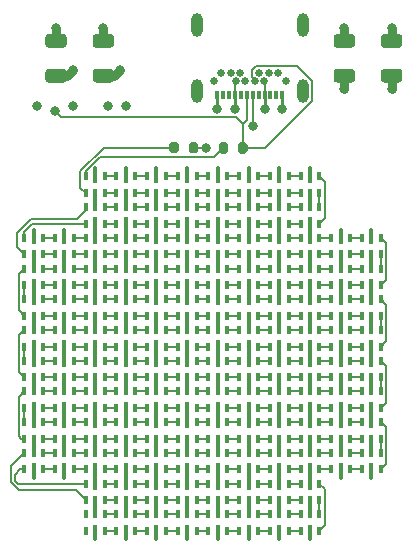
<source format=gbr>
G04 #@! TF.GenerationSoftware,KiCad,Pcbnew,(5.1.9-0-10_14)*
G04 #@! TF.CreationDate,2022-05-10T10:51:03-07:00*
G04 #@! TF.ProjectId,LED_array,4c45445f-6172-4726-9179-2e6b69636164,rev?*
G04 #@! TF.SameCoordinates,Original*
G04 #@! TF.FileFunction,Copper,L1,Top*
G04 #@! TF.FilePolarity,Positive*
%FSLAX46Y46*%
G04 Gerber Fmt 4.6, Leading zero omitted, Abs format (unit mm)*
G04 Created by KiCad (PCBNEW (5.1.9-0-10_14)) date 2022-05-10 10:51:03*
%MOMM*%
%LPD*%
G01*
G04 APERTURE LIST*
G04 #@! TA.AperFunction,SMDPad,CuDef*
%ADD10R,0.450000X0.650000*%
G04 #@! TD*
G04 #@! TA.AperFunction,SMDPad,CuDef*
%ADD11R,0.450000X0.850000*%
G04 #@! TD*
G04 #@! TA.AperFunction,SMDPad,CuDef*
%ADD12R,0.350000X0.700000*%
G04 #@! TD*
G04 #@! TA.AperFunction,ComponentPad*
%ADD13C,0.650000*%
G04 #@! TD*
G04 #@! TA.AperFunction,ComponentPad*
%ADD14O,1.000000X2.000000*%
G04 #@! TD*
G04 #@! TA.AperFunction,ViaPad*
%ADD15C,0.800000*%
G04 #@! TD*
G04 #@! TA.AperFunction,ViaPad*
%ADD16C,0.400000*%
G04 #@! TD*
G04 #@! TA.AperFunction,Conductor*
%ADD17C,0.300000*%
G04 #@! TD*
G04 #@! TA.AperFunction,Conductor*
%ADD18C,0.800000*%
G04 #@! TD*
G04 #@! TA.AperFunction,Conductor*
%ADD19C,0.250000*%
G04 #@! TD*
G04 #@! TA.AperFunction,Conductor*
%ADD20C,0.150000*%
G04 #@! TD*
G04 #@! TA.AperFunction,Conductor*
%ADD21C,0.200000*%
G04 #@! TD*
G04 #@! TA.AperFunction,Conductor*
%ADD22C,0.127000*%
G04 #@! TD*
G04 APERTURE END LIST*
D10*
X69900000Y-65000000D03*
X68300000Y-65000000D03*
D11*
X69100000Y-64900000D03*
D10*
X69900000Y-63600000D03*
X68300000Y-63600000D03*
X69100000Y-63600000D03*
X50100000Y-35000000D03*
X51700000Y-35000000D03*
D11*
X50900000Y-35100000D03*
D10*
X50100000Y-36400000D03*
X51700000Y-36400000D03*
X50900000Y-36400000D03*
X52700000Y-35000000D03*
X54300000Y-35000000D03*
D11*
X53500000Y-35100000D03*
D10*
X52700000Y-36400000D03*
X54300000Y-36400000D03*
X53500000Y-36400000D03*
X55300000Y-35000000D03*
X56900000Y-35000000D03*
D11*
X56100000Y-35100000D03*
D10*
X55300000Y-36400000D03*
X56900000Y-36400000D03*
X56100000Y-36400000D03*
X57900000Y-35000000D03*
X59500000Y-35000000D03*
D11*
X58700000Y-35100000D03*
D10*
X57900000Y-36400000D03*
X59500000Y-36400000D03*
X58700000Y-36400000D03*
X60500000Y-35000000D03*
X62100000Y-35000000D03*
D11*
X61300000Y-35100000D03*
D10*
X60500000Y-36400000D03*
X62100000Y-36400000D03*
X61300000Y-36400000D03*
X63100000Y-35000000D03*
X64700000Y-35000000D03*
D11*
X63900000Y-35100000D03*
D10*
X63100000Y-36400000D03*
X64700000Y-36400000D03*
X63900000Y-36400000D03*
X65700000Y-35000000D03*
X67300000Y-35000000D03*
D11*
X66500000Y-35100000D03*
D10*
X65700000Y-36400000D03*
X67300000Y-36400000D03*
X66500000Y-36400000D03*
X68300000Y-35000000D03*
X69900000Y-35000000D03*
D11*
X69100000Y-35100000D03*
D10*
X68300000Y-36400000D03*
X69900000Y-36400000D03*
X69100000Y-36400000D03*
X69900000Y-39000000D03*
X68300000Y-39000000D03*
D11*
X69100000Y-38900000D03*
D10*
X69900000Y-37600000D03*
X68300000Y-37600000D03*
X69100000Y-37600000D03*
X67300000Y-39000000D03*
X65700000Y-39000000D03*
D11*
X66500000Y-38900000D03*
D10*
X67300000Y-37600000D03*
X65700000Y-37600000D03*
X66500000Y-37600000D03*
X64700000Y-39000000D03*
X63100000Y-39000000D03*
D11*
X63900000Y-38900000D03*
D10*
X64700000Y-37600000D03*
X63100000Y-37600000D03*
X63900000Y-37600000D03*
X62100000Y-39000000D03*
X60500000Y-39000000D03*
D11*
X61300000Y-38900000D03*
D10*
X62100000Y-37600000D03*
X60500000Y-37600000D03*
X61300000Y-37600000D03*
X59500000Y-39000000D03*
X57900000Y-39000000D03*
D11*
X58700000Y-38900000D03*
D10*
X59500000Y-37600000D03*
X57900000Y-37600000D03*
X58700000Y-37600000D03*
X56900000Y-39000000D03*
X55300000Y-39000000D03*
D11*
X56100000Y-38900000D03*
D10*
X56900000Y-37600000D03*
X55300000Y-37600000D03*
X56100000Y-37600000D03*
X54300000Y-39000000D03*
X52700000Y-39000000D03*
D11*
X53500000Y-38900000D03*
D10*
X54300000Y-37600000D03*
X52700000Y-37600000D03*
X53500000Y-37600000D03*
X51700000Y-39000000D03*
X50100000Y-39000000D03*
D11*
X50900000Y-38900000D03*
D10*
X51700000Y-37600000D03*
X50100000Y-37600000D03*
X50900000Y-37600000D03*
X44900000Y-40200000D03*
X46500000Y-40200000D03*
D11*
X45700000Y-40300000D03*
D10*
X44900000Y-41600000D03*
X46500000Y-41600000D03*
X45700000Y-41600000D03*
X47500000Y-40200000D03*
X49100000Y-40200000D03*
D11*
X48300000Y-40300000D03*
D10*
X47500000Y-41600000D03*
X49100000Y-41600000D03*
X48300000Y-41600000D03*
X50100000Y-40200000D03*
X51700000Y-40200000D03*
D11*
X50900000Y-40300000D03*
D10*
X50100000Y-41600000D03*
X51700000Y-41600000D03*
X50900000Y-41600000D03*
X52700000Y-40200000D03*
X54300000Y-40200000D03*
D11*
X53500000Y-40300000D03*
D10*
X52700000Y-41600000D03*
X54300000Y-41600000D03*
X53500000Y-41600000D03*
X55300000Y-40200000D03*
X56900000Y-40200000D03*
D11*
X56100000Y-40300000D03*
D10*
X55300000Y-41600000D03*
X56900000Y-41600000D03*
X56100000Y-41600000D03*
X57900000Y-40200000D03*
X59500000Y-40200000D03*
D11*
X58700000Y-40300000D03*
D10*
X57900000Y-41600000D03*
X59500000Y-41600000D03*
X58700000Y-41600000D03*
X60500000Y-40200000D03*
X62100000Y-40200000D03*
D11*
X61300000Y-40300000D03*
D10*
X60500000Y-41600000D03*
X62100000Y-41600000D03*
X61300000Y-41600000D03*
X63100000Y-40200000D03*
X64700000Y-40200000D03*
D11*
X63900000Y-40300000D03*
D10*
X63100000Y-41600000D03*
X64700000Y-41600000D03*
X63900000Y-41600000D03*
X65700000Y-40200000D03*
X67300000Y-40200000D03*
D11*
X66500000Y-40300000D03*
D10*
X65700000Y-41600000D03*
X67300000Y-41600000D03*
X66500000Y-41600000D03*
X68300000Y-40200000D03*
X69900000Y-40200000D03*
D11*
X69100000Y-40300000D03*
D10*
X68300000Y-41600000D03*
X69900000Y-41600000D03*
X69100000Y-41600000D03*
X70900000Y-40200000D03*
X72500000Y-40200000D03*
D11*
X71700000Y-40300000D03*
D10*
X70900000Y-41600000D03*
X72500000Y-41600000D03*
X71700000Y-41600000D03*
X73500000Y-40200000D03*
X75100000Y-40200000D03*
D11*
X74300000Y-40300000D03*
D10*
X73500000Y-41600000D03*
X75100000Y-41600000D03*
X74300000Y-41600000D03*
X75100000Y-44200000D03*
X73500000Y-44200000D03*
D11*
X74300000Y-44100000D03*
D10*
X75100000Y-42800000D03*
X73500000Y-42800000D03*
X74300000Y-42800000D03*
X72500000Y-44200000D03*
X70900000Y-44200000D03*
D11*
X71700000Y-44100000D03*
D10*
X72500000Y-42800000D03*
X70900000Y-42800000D03*
X71700000Y-42800000D03*
X69900000Y-44200000D03*
X68300000Y-44200000D03*
D11*
X69100000Y-44100000D03*
D10*
X69900000Y-42800000D03*
X68300000Y-42800000D03*
X69100000Y-42800000D03*
X67300000Y-44200000D03*
X65700000Y-44200000D03*
D11*
X66500000Y-44100000D03*
D10*
X67300000Y-42800000D03*
X65700000Y-42800000D03*
X66500000Y-42800000D03*
X64700000Y-44200000D03*
X63100000Y-44200000D03*
D11*
X63900000Y-44100000D03*
D10*
X64700000Y-42800000D03*
X63100000Y-42800000D03*
X63900000Y-42800000D03*
X62100000Y-44200000D03*
X60500000Y-44200000D03*
D11*
X61300000Y-44100000D03*
D10*
X62100000Y-42800000D03*
X60500000Y-42800000D03*
X61300000Y-42800000D03*
X59500000Y-44200000D03*
X57900000Y-44200000D03*
D11*
X58700000Y-44100000D03*
D10*
X59500000Y-42800000D03*
X57900000Y-42800000D03*
X58700000Y-42800000D03*
X56900000Y-44200000D03*
X55300000Y-44200000D03*
D11*
X56100000Y-44100000D03*
D10*
X56900000Y-42800000D03*
X55300000Y-42800000D03*
X56100000Y-42800000D03*
X54300000Y-44200000D03*
X52700000Y-44200000D03*
D11*
X53500000Y-44100000D03*
D10*
X54300000Y-42800000D03*
X52700000Y-42800000D03*
X53500000Y-42800000D03*
X51700000Y-44200000D03*
X50100000Y-44200000D03*
D11*
X50900000Y-44100000D03*
D10*
X51700000Y-42800000D03*
X50100000Y-42800000D03*
X50900000Y-42800000D03*
X49100000Y-44200000D03*
X47500000Y-44200000D03*
D11*
X48300000Y-44100000D03*
D10*
X49100000Y-42800000D03*
X47500000Y-42800000D03*
X48300000Y-42800000D03*
X46500000Y-44200000D03*
X44900000Y-44200000D03*
D11*
X45700000Y-44100000D03*
D10*
X46500000Y-42800000D03*
X44900000Y-42800000D03*
X45700000Y-42800000D03*
X44900000Y-45400000D03*
X46500000Y-45400000D03*
D11*
X45700000Y-45500000D03*
D10*
X44900000Y-46800000D03*
X46500000Y-46800000D03*
X45700000Y-46800000D03*
X47500000Y-45400000D03*
X49100000Y-45400000D03*
D11*
X48300000Y-45500000D03*
D10*
X47500000Y-46800000D03*
X49100000Y-46800000D03*
X48300000Y-46800000D03*
X50100000Y-45400000D03*
X51700000Y-45400000D03*
D11*
X50900000Y-45500000D03*
D10*
X50100000Y-46800000D03*
X51700000Y-46800000D03*
X50900000Y-46800000D03*
X52700000Y-45400000D03*
X54300000Y-45400000D03*
D11*
X53500000Y-45500000D03*
D10*
X52700000Y-46800000D03*
X54300000Y-46800000D03*
X53500000Y-46800000D03*
X55300000Y-45400000D03*
X56900000Y-45400000D03*
D11*
X56100000Y-45500000D03*
D10*
X55300000Y-46800000D03*
X56900000Y-46800000D03*
X56100000Y-46800000D03*
X57900000Y-45400000D03*
X59500000Y-45400000D03*
D11*
X58700000Y-45500000D03*
D10*
X57900000Y-46800000D03*
X59500000Y-46800000D03*
X58700000Y-46800000D03*
X60500000Y-45400000D03*
X62100000Y-45400000D03*
D11*
X61300000Y-45500000D03*
D10*
X60500000Y-46800000D03*
X62100000Y-46800000D03*
X61300000Y-46800000D03*
X63100000Y-45400000D03*
X64700000Y-45400000D03*
D11*
X63900000Y-45500000D03*
D10*
X63100000Y-46800000D03*
X64700000Y-46800000D03*
X63900000Y-46800000D03*
X65700000Y-45400000D03*
X67300000Y-45400000D03*
D11*
X66500000Y-45500000D03*
D10*
X65700000Y-46800000D03*
X67300000Y-46800000D03*
X66500000Y-46800000D03*
X68300000Y-45400000D03*
X69900000Y-45400000D03*
D11*
X69100000Y-45500000D03*
D10*
X68300000Y-46800000D03*
X69900000Y-46800000D03*
X69100000Y-46800000D03*
X70900000Y-45400000D03*
X72500000Y-45400000D03*
D11*
X71700000Y-45500000D03*
D10*
X70900000Y-46800000D03*
X72500000Y-46800000D03*
X71700000Y-46800000D03*
X73500000Y-45400000D03*
X75100000Y-45400000D03*
D11*
X74300000Y-45500000D03*
D10*
X73500000Y-46800000D03*
X75100000Y-46800000D03*
X74300000Y-46800000D03*
X75100000Y-49400000D03*
X73500000Y-49400000D03*
D11*
X74300000Y-49300000D03*
D10*
X75100000Y-48000000D03*
X73500000Y-48000000D03*
X74300000Y-48000000D03*
X72500000Y-49400000D03*
X70900000Y-49400000D03*
D11*
X71700000Y-49300000D03*
D10*
X72500000Y-48000000D03*
X70900000Y-48000000D03*
X71700000Y-48000000D03*
X69900000Y-49400000D03*
X68300000Y-49400000D03*
D11*
X69100000Y-49300000D03*
D10*
X69900000Y-48000000D03*
X68300000Y-48000000D03*
X69100000Y-48000000D03*
X67300000Y-49400000D03*
X65700000Y-49400000D03*
D11*
X66500000Y-49300000D03*
D10*
X67300000Y-48000000D03*
X65700000Y-48000000D03*
X66500000Y-48000000D03*
X64700000Y-49400000D03*
X63100000Y-49400000D03*
D11*
X63900000Y-49300000D03*
D10*
X64700000Y-48000000D03*
X63100000Y-48000000D03*
X63900000Y-48000000D03*
X62100000Y-49400000D03*
X60500000Y-49400000D03*
D11*
X61300000Y-49300000D03*
D10*
X62100000Y-48000000D03*
X60500000Y-48000000D03*
X61300000Y-48000000D03*
X59500000Y-49400000D03*
X57900000Y-49400000D03*
D11*
X58700000Y-49300000D03*
D10*
X59500000Y-48000000D03*
X57900000Y-48000000D03*
X58700000Y-48000000D03*
X56900000Y-49400000D03*
X55300000Y-49400000D03*
D11*
X56100000Y-49300000D03*
D10*
X56900000Y-48000000D03*
X55300000Y-48000000D03*
X56100000Y-48000000D03*
X54300000Y-49400000D03*
X52700000Y-49400000D03*
D11*
X53500000Y-49300000D03*
D10*
X54300000Y-48000000D03*
X52700000Y-48000000D03*
X53500000Y-48000000D03*
X51700000Y-49400000D03*
X50100000Y-49400000D03*
D11*
X50900000Y-49300000D03*
D10*
X51700000Y-48000000D03*
X50100000Y-48000000D03*
X50900000Y-48000000D03*
X49100000Y-49400000D03*
X47500000Y-49400000D03*
D11*
X48300000Y-49300000D03*
D10*
X49100000Y-48000000D03*
X47500000Y-48000000D03*
X48300000Y-48000000D03*
X46500000Y-49400000D03*
X44900000Y-49400000D03*
D11*
X45700000Y-49300000D03*
D10*
X46500000Y-48000000D03*
X44900000Y-48000000D03*
X45700000Y-48000000D03*
X44900000Y-50600000D03*
X46500000Y-50600000D03*
D11*
X45700000Y-50700000D03*
D10*
X44900000Y-52000000D03*
X46500000Y-52000000D03*
X45700000Y-52000000D03*
X47500000Y-50600000D03*
X49100000Y-50600000D03*
D11*
X48300000Y-50700000D03*
D10*
X47500000Y-52000000D03*
X49100000Y-52000000D03*
X48300000Y-52000000D03*
X50100000Y-50600000D03*
X51700000Y-50600000D03*
D11*
X50900000Y-50700000D03*
D10*
X50100000Y-52000000D03*
X51700000Y-52000000D03*
X50900000Y-52000000D03*
X52700000Y-50600000D03*
X54300000Y-50600000D03*
D11*
X53500000Y-50700000D03*
D10*
X52700000Y-52000000D03*
X54300000Y-52000000D03*
X53500000Y-52000000D03*
X55300000Y-50600000D03*
X56900000Y-50600000D03*
D11*
X56100000Y-50700000D03*
D10*
X55300000Y-52000000D03*
X56900000Y-52000000D03*
X56100000Y-52000000D03*
X57900000Y-50600000D03*
X59500000Y-50600000D03*
D11*
X58700000Y-50700000D03*
D10*
X57900000Y-52000000D03*
X59500000Y-52000000D03*
X58700000Y-52000000D03*
X60500000Y-50600000D03*
X62100000Y-50600000D03*
D11*
X61300000Y-50700000D03*
D10*
X60500000Y-52000000D03*
X62100000Y-52000000D03*
X61300000Y-52000000D03*
X63100000Y-50600000D03*
X64700000Y-50600000D03*
D11*
X63900000Y-50700000D03*
D10*
X63100000Y-52000000D03*
X64700000Y-52000000D03*
X63900000Y-52000000D03*
X65700000Y-50600000D03*
X67300000Y-50600000D03*
D11*
X66500000Y-50700000D03*
D10*
X65700000Y-52000000D03*
X67300000Y-52000000D03*
X66500000Y-52000000D03*
X68300000Y-50600000D03*
X69900000Y-50600000D03*
D11*
X69100000Y-50700000D03*
D10*
X68300000Y-52000000D03*
X69900000Y-52000000D03*
X69100000Y-52000000D03*
X70900000Y-50600000D03*
X72500000Y-50600000D03*
D11*
X71700000Y-50700000D03*
D10*
X70900000Y-52000000D03*
X72500000Y-52000000D03*
X71700000Y-52000000D03*
X73500000Y-50600000D03*
X75100000Y-50600000D03*
D11*
X74300000Y-50700000D03*
D10*
X73500000Y-52000000D03*
X75100000Y-52000000D03*
X74300000Y-52000000D03*
X75100000Y-54600000D03*
X73500000Y-54600000D03*
D11*
X74300000Y-54500000D03*
D10*
X75100000Y-53200000D03*
X73500000Y-53200000D03*
X74300000Y-53200000D03*
X72500000Y-54600000D03*
X70900000Y-54600000D03*
D11*
X71700000Y-54500000D03*
D10*
X72500000Y-53200000D03*
X70900000Y-53200000D03*
X71700000Y-53200000D03*
X69900000Y-54600000D03*
X68300000Y-54600000D03*
D11*
X69100000Y-54500000D03*
D10*
X69900000Y-53200000D03*
X68300000Y-53200000D03*
X69100000Y-53200000D03*
X67300000Y-54600000D03*
X65700000Y-54600000D03*
D11*
X66500000Y-54500000D03*
D10*
X67300000Y-53200000D03*
X65700000Y-53200000D03*
X66500000Y-53200000D03*
X64700000Y-54600000D03*
X63100000Y-54600000D03*
D11*
X63900000Y-54500000D03*
D10*
X64700000Y-53200000D03*
X63100000Y-53200000D03*
X63900000Y-53200000D03*
X62100000Y-54600000D03*
X60500000Y-54600000D03*
D11*
X61300000Y-54500000D03*
D10*
X62100000Y-53200000D03*
X60500000Y-53200000D03*
X61300000Y-53200000D03*
X59500000Y-54600000D03*
X57900000Y-54600000D03*
D11*
X58700000Y-54500000D03*
D10*
X59500000Y-53200000D03*
X57900000Y-53200000D03*
X58700000Y-53200000D03*
X56900000Y-54600000D03*
X55300000Y-54600000D03*
D11*
X56100000Y-54500000D03*
D10*
X56900000Y-53200000D03*
X55300000Y-53200000D03*
X56100000Y-53200000D03*
X54300000Y-54600000D03*
X52700000Y-54600000D03*
D11*
X53500000Y-54500000D03*
D10*
X54300000Y-53200000D03*
X52700000Y-53200000D03*
X53500000Y-53200000D03*
X51700000Y-54600000D03*
X50100000Y-54600000D03*
D11*
X50900000Y-54500000D03*
D10*
X51700000Y-53200000D03*
X50100000Y-53200000D03*
X50900000Y-53200000D03*
X49100000Y-54600000D03*
X47500000Y-54600000D03*
D11*
X48300000Y-54500000D03*
D10*
X49100000Y-53200000D03*
X47500000Y-53200000D03*
X48300000Y-53200000D03*
X46500000Y-54600000D03*
X44900000Y-54600000D03*
D11*
X45700000Y-54500000D03*
D10*
X46500000Y-53200000D03*
X44900000Y-53200000D03*
X45700000Y-53200000D03*
X44900000Y-55800000D03*
X46500000Y-55800000D03*
D11*
X45700000Y-55900000D03*
D10*
X44900000Y-57200000D03*
X46500000Y-57200000D03*
X45700000Y-57200000D03*
X47500000Y-55800000D03*
X49100000Y-55800000D03*
D11*
X48300000Y-55900000D03*
D10*
X47500000Y-57200000D03*
X49100000Y-57200000D03*
X48300000Y-57200000D03*
X50100000Y-55800000D03*
X51700000Y-55800000D03*
D11*
X50900000Y-55900000D03*
D10*
X50100000Y-57200000D03*
X51700000Y-57200000D03*
X50900000Y-57200000D03*
X52700000Y-55800000D03*
X54300000Y-55800000D03*
D11*
X53500000Y-55900000D03*
D10*
X52700000Y-57200000D03*
X54300000Y-57200000D03*
X53500000Y-57200000D03*
X55300000Y-55800000D03*
X56900000Y-55800000D03*
D11*
X56100000Y-55900000D03*
D10*
X55300000Y-57200000D03*
X56900000Y-57200000D03*
X56100000Y-57200000D03*
X57900000Y-55800000D03*
X59500000Y-55800000D03*
D11*
X58700000Y-55900000D03*
D10*
X57900000Y-57200000D03*
X59500000Y-57200000D03*
X58700000Y-57200000D03*
X60500000Y-55800000D03*
X62100000Y-55800000D03*
D11*
X61300000Y-55900000D03*
D10*
X60500000Y-57200000D03*
X62100000Y-57200000D03*
X61300000Y-57200000D03*
X63100000Y-55800000D03*
X64700000Y-55800000D03*
D11*
X63900000Y-55900000D03*
D10*
X63100000Y-57200000D03*
X64700000Y-57200000D03*
X63900000Y-57200000D03*
X65700000Y-55800000D03*
X67300000Y-55800000D03*
D11*
X66500000Y-55900000D03*
D10*
X65700000Y-57200000D03*
X67300000Y-57200000D03*
X66500000Y-57200000D03*
X68300000Y-55800000D03*
X69900000Y-55800000D03*
D11*
X69100000Y-55900000D03*
D10*
X68300000Y-57200000D03*
X69900000Y-57200000D03*
X69100000Y-57200000D03*
X70900000Y-55800000D03*
X72500000Y-55800000D03*
D11*
X71700000Y-55900000D03*
D10*
X70900000Y-57200000D03*
X72500000Y-57200000D03*
X71700000Y-57200000D03*
X73500000Y-55800000D03*
X75100000Y-55800000D03*
D11*
X74300000Y-55900000D03*
D10*
X73500000Y-57200000D03*
X75100000Y-57200000D03*
X74300000Y-57200000D03*
X75100000Y-59800000D03*
X73500000Y-59800000D03*
D11*
X74300000Y-59700000D03*
D10*
X75100000Y-58400000D03*
X73500000Y-58400000D03*
X74300000Y-58400000D03*
X72500000Y-59800000D03*
X70900000Y-59800000D03*
D11*
X71700000Y-59700000D03*
D10*
X72500000Y-58400000D03*
X70900000Y-58400000D03*
X71700000Y-58400000D03*
X69900000Y-59800000D03*
X68300000Y-59800000D03*
D11*
X69100000Y-59700000D03*
D10*
X69900000Y-58400000D03*
X68300000Y-58400000D03*
X69100000Y-58400000D03*
X67300000Y-59800000D03*
X65700000Y-59800000D03*
D11*
X66500000Y-59700000D03*
D10*
X67300000Y-58400000D03*
X65700000Y-58400000D03*
X66500000Y-58400000D03*
X64700000Y-59800000D03*
X63100000Y-59800000D03*
D11*
X63900000Y-59700000D03*
D10*
X64700000Y-58400000D03*
X63100000Y-58400000D03*
X63900000Y-58400000D03*
X62100000Y-59800000D03*
X60500000Y-59800000D03*
D11*
X61300000Y-59700000D03*
D10*
X62100000Y-58400000D03*
X60500000Y-58400000D03*
X61300000Y-58400000D03*
X59500000Y-59800000D03*
X57900000Y-59800000D03*
D11*
X58700000Y-59700000D03*
D10*
X59500000Y-58400000D03*
X57900000Y-58400000D03*
X58700000Y-58400000D03*
X56900000Y-59800000D03*
X55300000Y-59800000D03*
D11*
X56100000Y-59700000D03*
D10*
X56900000Y-58400000D03*
X55300000Y-58400000D03*
X56100000Y-58400000D03*
X54300000Y-59800000D03*
X52700000Y-59800000D03*
D11*
X53500000Y-59700000D03*
D10*
X54300000Y-58400000D03*
X52700000Y-58400000D03*
X53500000Y-58400000D03*
X51700000Y-59800000D03*
X50100000Y-59800000D03*
D11*
X50900000Y-59700000D03*
D10*
X51700000Y-58400000D03*
X50100000Y-58400000D03*
X50900000Y-58400000D03*
X49100000Y-59800000D03*
X47500000Y-59800000D03*
D11*
X48300000Y-59700000D03*
D10*
X49100000Y-58400000D03*
X47500000Y-58400000D03*
X48300000Y-58400000D03*
X46500000Y-59800000D03*
X44900000Y-59800000D03*
D11*
X45700000Y-59700000D03*
D10*
X46500000Y-58400000D03*
X44900000Y-58400000D03*
X45700000Y-58400000D03*
X50100000Y-61000000D03*
X51700000Y-61000000D03*
D11*
X50900000Y-61100000D03*
D10*
X50100000Y-62400000D03*
X51700000Y-62400000D03*
X50900000Y-62400000D03*
X52700000Y-61000000D03*
X54300000Y-61000000D03*
D11*
X53500000Y-61100000D03*
D10*
X52700000Y-62400000D03*
X54300000Y-62400000D03*
X53500000Y-62400000D03*
X55300000Y-61000000D03*
X56900000Y-61000000D03*
D11*
X56100000Y-61100000D03*
D10*
X55300000Y-62400000D03*
X56900000Y-62400000D03*
X56100000Y-62400000D03*
X57900000Y-61000000D03*
X59500000Y-61000000D03*
D11*
X58700000Y-61100000D03*
D10*
X57900000Y-62400000D03*
X59500000Y-62400000D03*
X58700000Y-62400000D03*
X60500000Y-61000000D03*
X62100000Y-61000000D03*
D11*
X61300000Y-61100000D03*
D10*
X60500000Y-62400000D03*
X62100000Y-62400000D03*
X61300000Y-62400000D03*
X63100000Y-61000000D03*
X64700000Y-61000000D03*
D11*
X63900000Y-61100000D03*
D10*
X63100000Y-62400000D03*
X64700000Y-62400000D03*
X63900000Y-62400000D03*
X65700000Y-61000000D03*
X67300000Y-61000000D03*
D11*
X66500000Y-61100000D03*
D10*
X65700000Y-62400000D03*
X67300000Y-62400000D03*
X66500000Y-62400000D03*
X68300000Y-61000000D03*
X69900000Y-61000000D03*
D11*
X69100000Y-61100000D03*
D10*
X68300000Y-62400000D03*
X69900000Y-62400000D03*
X69100000Y-62400000D03*
X67300000Y-65000000D03*
X65700000Y-65000000D03*
D11*
X66500000Y-64900000D03*
D10*
X67300000Y-63600000D03*
X65700000Y-63600000D03*
X66500000Y-63600000D03*
X64700000Y-65000000D03*
X63100000Y-65000000D03*
D11*
X63900000Y-64900000D03*
D10*
X64700000Y-63600000D03*
X63100000Y-63600000D03*
X63900000Y-63600000D03*
X62100000Y-65000000D03*
X60500000Y-65000000D03*
D11*
X61300000Y-64900000D03*
D10*
X62100000Y-63600000D03*
X60500000Y-63600000D03*
X61300000Y-63600000D03*
X59500000Y-65000000D03*
X57900000Y-65000000D03*
D11*
X58700000Y-64900000D03*
D10*
X59500000Y-63600000D03*
X57900000Y-63600000D03*
X58700000Y-63600000D03*
X56900000Y-65000000D03*
X55300000Y-65000000D03*
D11*
X56100000Y-64900000D03*
D10*
X56900000Y-63600000D03*
X55300000Y-63600000D03*
X56100000Y-63600000D03*
X54300000Y-65000000D03*
X52700000Y-65000000D03*
D11*
X53500000Y-64900000D03*
D10*
X54300000Y-63600000D03*
X52700000Y-63600000D03*
X53500000Y-63600000D03*
X51700000Y-65000000D03*
X50100000Y-65000000D03*
D11*
X50900000Y-64900000D03*
D10*
X51700000Y-63600000D03*
X50100000Y-63600000D03*
X50900000Y-63600000D03*
D12*
X66750000Y-28070000D03*
X66250000Y-28070000D03*
X65750000Y-28070000D03*
X65250000Y-28070000D03*
X64750000Y-28070000D03*
X64250000Y-28070000D03*
X63750000Y-28070000D03*
X63250000Y-28070000D03*
X62750000Y-28070000D03*
X62250000Y-28070000D03*
X61750000Y-28070000D03*
X61250000Y-28070000D03*
D13*
X60950000Y-26950000D03*
X61600000Y-26250000D03*
X62400000Y-26250000D03*
X62800000Y-26950000D03*
X63200000Y-26250000D03*
X63600000Y-26950000D03*
X64400000Y-26950000D03*
X64800000Y-26250000D03*
X65200000Y-26950000D03*
X65600000Y-26250000D03*
X66400000Y-26250000D03*
X67050000Y-26950000D03*
D14*
X68500000Y-27750000D03*
X59500000Y-27750000D03*
X68500000Y-22150000D03*
X59500000Y-22150000D03*
G04 #@! TA.AperFunction,SMDPad,CuDef*
G36*
G01*
X52250001Y-24100000D02*
X50949999Y-24100000D01*
G75*
G02*
X50700000Y-23850001I0J249999D01*
G01*
X50700000Y-23199999D01*
G75*
G02*
X50949999Y-22950000I249999J0D01*
G01*
X52250001Y-22950000D01*
G75*
G02*
X52500000Y-23199999I0J-249999D01*
G01*
X52500000Y-23850001D01*
G75*
G02*
X52250001Y-24100000I-249999J0D01*
G01*
G37*
G04 #@! TD.AperFunction*
G04 #@! TA.AperFunction,SMDPad,CuDef*
G36*
G01*
X52250001Y-27050000D02*
X50949999Y-27050000D01*
G75*
G02*
X50700000Y-26800001I0J249999D01*
G01*
X50700000Y-26149999D01*
G75*
G02*
X50949999Y-25900000I249999J0D01*
G01*
X52250001Y-25900000D01*
G75*
G02*
X52500000Y-26149999I0J-249999D01*
G01*
X52500000Y-26800001D01*
G75*
G02*
X52250001Y-27050000I-249999J0D01*
G01*
G37*
G04 #@! TD.AperFunction*
G04 #@! TA.AperFunction,SMDPad,CuDef*
G36*
G01*
X76650001Y-24100000D02*
X75349999Y-24100000D01*
G75*
G02*
X75100000Y-23850001I0J249999D01*
G01*
X75100000Y-23199999D01*
G75*
G02*
X75349999Y-22950000I249999J0D01*
G01*
X76650001Y-22950000D01*
G75*
G02*
X76900000Y-23199999I0J-249999D01*
G01*
X76900000Y-23850001D01*
G75*
G02*
X76650001Y-24100000I-249999J0D01*
G01*
G37*
G04 #@! TD.AperFunction*
G04 #@! TA.AperFunction,SMDPad,CuDef*
G36*
G01*
X76650001Y-27050000D02*
X75349999Y-27050000D01*
G75*
G02*
X75100000Y-26800001I0J249999D01*
G01*
X75100000Y-26149999D01*
G75*
G02*
X75349999Y-25900000I249999J0D01*
G01*
X76650001Y-25900000D01*
G75*
G02*
X76900000Y-26149999I0J-249999D01*
G01*
X76900000Y-26800001D01*
G75*
G02*
X76650001Y-27050000I-249999J0D01*
G01*
G37*
G04 #@! TD.AperFunction*
G04 #@! TA.AperFunction,SMDPad,CuDef*
G36*
G01*
X48250001Y-24100000D02*
X46949999Y-24100000D01*
G75*
G02*
X46700000Y-23850001I0J249999D01*
G01*
X46700000Y-23199999D01*
G75*
G02*
X46949999Y-22950000I249999J0D01*
G01*
X48250001Y-22950000D01*
G75*
G02*
X48500000Y-23199999I0J-249999D01*
G01*
X48500000Y-23850001D01*
G75*
G02*
X48250001Y-24100000I-249999J0D01*
G01*
G37*
G04 #@! TD.AperFunction*
G04 #@! TA.AperFunction,SMDPad,CuDef*
G36*
G01*
X48250001Y-27050000D02*
X46949999Y-27050000D01*
G75*
G02*
X46700000Y-26800001I0J249999D01*
G01*
X46700000Y-26149999D01*
G75*
G02*
X46949999Y-25900000I249999J0D01*
G01*
X48250001Y-25900000D01*
G75*
G02*
X48500000Y-26149999I0J-249999D01*
G01*
X48500000Y-26800001D01*
G75*
G02*
X48250001Y-27050000I-249999J0D01*
G01*
G37*
G04 #@! TD.AperFunction*
G04 #@! TA.AperFunction,SMDPad,CuDef*
G36*
G01*
X72650001Y-24100000D02*
X71349999Y-24100000D01*
G75*
G02*
X71100000Y-23850001I0J249999D01*
G01*
X71100000Y-23199999D01*
G75*
G02*
X71349999Y-22950000I249999J0D01*
G01*
X72650001Y-22950000D01*
G75*
G02*
X72900000Y-23199999I0J-249999D01*
G01*
X72900000Y-23850001D01*
G75*
G02*
X72650001Y-24100000I-249999J0D01*
G01*
G37*
G04 #@! TD.AperFunction*
G04 #@! TA.AperFunction,SMDPad,CuDef*
G36*
G01*
X72650001Y-27050000D02*
X71349999Y-27050000D01*
G75*
G02*
X71100000Y-26800001I0J249999D01*
G01*
X71100000Y-26149999D01*
G75*
G02*
X71349999Y-25900000I249999J0D01*
G01*
X72650001Y-25900000D01*
G75*
G02*
X72900000Y-26149999I0J-249999D01*
G01*
X72900000Y-26800001D01*
G75*
G02*
X72650001Y-27050000I-249999J0D01*
G01*
G37*
G04 #@! TD.AperFunction*
G04 #@! TA.AperFunction,SMDPad,CuDef*
G36*
G01*
X63005000Y-32865000D02*
X63005000Y-32315000D01*
G75*
G02*
X63205000Y-32115000I200000J0D01*
G01*
X63605000Y-32115000D01*
G75*
G02*
X63805000Y-32315000I0J-200000D01*
G01*
X63805000Y-32865000D01*
G75*
G02*
X63605000Y-33065000I-200000J0D01*
G01*
X63205000Y-33065000D01*
G75*
G02*
X63005000Y-32865000I0J200000D01*
G01*
G37*
G04 #@! TD.AperFunction*
G04 #@! TA.AperFunction,SMDPad,CuDef*
G36*
G01*
X61355000Y-32865000D02*
X61355000Y-32315000D01*
G75*
G02*
X61555000Y-32115000I200000J0D01*
G01*
X61955000Y-32115000D01*
G75*
G02*
X62155000Y-32315000I0J-200000D01*
G01*
X62155000Y-32865000D01*
G75*
G02*
X61955000Y-33065000I-200000J0D01*
G01*
X61555000Y-33065000D01*
G75*
G02*
X61355000Y-32865000I0J200000D01*
G01*
G37*
G04 #@! TD.AperFunction*
G04 #@! TA.AperFunction,SMDPad,CuDef*
G36*
G01*
X58845000Y-32845000D02*
X58845000Y-32295000D01*
G75*
G02*
X59045000Y-32095000I200000J0D01*
G01*
X59445000Y-32095000D01*
G75*
G02*
X59645000Y-32295000I0J-200000D01*
G01*
X59645000Y-32845000D01*
G75*
G02*
X59445000Y-33045000I-200000J0D01*
G01*
X59045000Y-33045000D01*
G75*
G02*
X58845000Y-32845000I0J200000D01*
G01*
G37*
G04 #@! TD.AperFunction*
G04 #@! TA.AperFunction,SMDPad,CuDef*
G36*
G01*
X57195000Y-32845000D02*
X57195000Y-32295000D01*
G75*
G02*
X57395000Y-32095000I200000J0D01*
G01*
X57795000Y-32095000D01*
G75*
G02*
X57995000Y-32295000I0J-200000D01*
G01*
X57995000Y-32845000D01*
G75*
G02*
X57795000Y-33045000I-200000J0D01*
G01*
X57395000Y-33045000D01*
G75*
G02*
X57195000Y-32845000I0J200000D01*
G01*
G37*
G04 #@! TD.AperFunction*
D15*
X66750000Y-29250000D03*
X76000000Y-22400000D03*
X72000000Y-22400000D03*
X47600000Y-22400000D03*
X51600000Y-22400000D03*
X52000000Y-29000000D03*
X49000000Y-29000000D03*
X46000000Y-29000000D03*
D16*
X71700000Y-39600000D03*
X45700000Y-39600000D03*
X50900000Y-34400000D03*
X53500000Y-34400000D03*
X56100000Y-34400000D03*
X58700000Y-34400000D03*
X61300000Y-34400000D03*
X63900000Y-34400000D03*
X66500000Y-34400000D03*
X69100000Y-34400000D03*
X50900000Y-39600000D03*
X53500000Y-39600000D03*
X56100000Y-39600000D03*
X58700000Y-39600000D03*
X61300000Y-39600000D03*
X63900000Y-39600000D03*
X66500000Y-39600000D03*
X69100000Y-39600000D03*
X50900000Y-44800000D03*
X53500000Y-44800000D03*
X56100000Y-44800000D03*
X58700000Y-44800000D03*
X61300000Y-44800000D03*
X63900000Y-44800000D03*
X66500000Y-44800000D03*
X69100000Y-44800000D03*
X50900000Y-50000000D03*
X53500000Y-50000000D03*
X56100000Y-50000000D03*
X58700000Y-50000000D03*
X61300000Y-50000000D03*
X63900000Y-50000000D03*
X66500000Y-50000000D03*
X69100000Y-50000000D03*
X50900000Y-55200000D03*
X53500000Y-55200000D03*
X56100000Y-55200000D03*
X58700000Y-55200000D03*
X61300000Y-55200000D03*
X63900000Y-55200000D03*
X66500000Y-55200000D03*
X69100000Y-55200000D03*
X50900000Y-60400000D03*
X53500000Y-60400000D03*
X56100000Y-60400000D03*
X58700000Y-60400000D03*
X61300000Y-60400000D03*
X63900000Y-60400000D03*
X66500000Y-60400000D03*
X69100000Y-60400000D03*
X50900000Y-65600000D03*
X53500000Y-65600000D03*
X56100000Y-65600000D03*
X58700000Y-65600000D03*
X61300000Y-65600000D03*
X63900000Y-65600000D03*
X66500000Y-65600000D03*
X69100000Y-65600000D03*
X48300000Y-39600000D03*
X45700000Y-44800000D03*
X48300000Y-44800000D03*
X45700000Y-50000000D03*
X48300000Y-50000000D03*
X45700000Y-55200000D03*
X48300000Y-55200000D03*
X45700000Y-60400000D03*
X48300000Y-60400000D03*
X74300000Y-39600000D03*
X71700000Y-44800000D03*
X74300000Y-44800000D03*
X71700000Y-50000000D03*
X74300000Y-50000000D03*
X71700000Y-55200000D03*
X74300000Y-55200000D03*
X71700000Y-60400000D03*
X74300000Y-60400000D03*
D15*
X61250000Y-29250000D03*
X65250000Y-29250000D03*
X62750000Y-29250000D03*
X53500000Y-29000000D03*
D16*
X71700000Y-42200000D03*
X45700000Y-42200000D03*
X50900000Y-37010000D03*
X53500000Y-37010000D03*
X56100000Y-37010000D03*
X58700000Y-37010000D03*
X61300000Y-37010000D03*
X63900000Y-37010000D03*
X66500000Y-37010000D03*
X69100000Y-37010000D03*
X50900000Y-42210000D03*
X53500000Y-42210000D03*
X56100000Y-42210000D03*
X58700000Y-42210000D03*
X61300000Y-42210000D03*
X63900000Y-42210000D03*
X66500000Y-42210000D03*
X69100000Y-42210000D03*
X50900000Y-47410000D03*
X53500000Y-47410000D03*
X56100000Y-47410000D03*
X58700000Y-47410000D03*
X61300000Y-47410000D03*
X63900000Y-47410000D03*
X66500000Y-47410000D03*
X69100000Y-47410000D03*
X50900000Y-52610000D03*
X53500000Y-52610000D03*
X56100000Y-52610000D03*
X58700000Y-52610000D03*
X61300000Y-52610000D03*
X63900000Y-52610000D03*
X66500000Y-52610000D03*
X69100000Y-52610000D03*
X50900000Y-57810000D03*
X53500000Y-57810000D03*
X56100000Y-57810000D03*
X58700000Y-57810000D03*
X61300000Y-57810000D03*
X63900000Y-57810000D03*
X66500000Y-57810000D03*
X69100000Y-57810000D03*
X50900000Y-63010000D03*
X53500000Y-63010000D03*
X56100000Y-63010000D03*
X58700000Y-63010000D03*
X61300000Y-63010000D03*
X63900000Y-63010000D03*
X66500000Y-63010000D03*
X69100000Y-63010000D03*
X48300000Y-42200000D03*
X45700000Y-47400000D03*
X48300000Y-47400000D03*
X45700000Y-52600000D03*
X48300000Y-52600000D03*
X45700000Y-57800000D03*
X48300000Y-57800000D03*
X74300000Y-42200000D03*
X71700000Y-47400000D03*
X74300000Y-47400000D03*
X71700000Y-52600000D03*
X74300000Y-52600000D03*
X71700000Y-57800000D03*
X74300000Y-57800000D03*
D15*
X76000000Y-27600000D03*
X72000000Y-27600000D03*
X53000000Y-26000000D03*
X49000000Y-26000000D03*
X64250000Y-30750000D03*
X60250000Y-32570000D03*
X47500000Y-29500000D03*
D17*
X50900000Y-34300000D02*
X50900000Y-34300000D01*
X53500000Y-34300000D02*
X53500000Y-35000000D01*
X56100000Y-34300000D02*
X56100000Y-35000000D01*
X58700000Y-34300000D02*
X58700000Y-35000000D01*
X61300000Y-34300000D02*
X61300000Y-35000000D01*
X63900000Y-34300000D02*
X63900000Y-35000000D01*
X66500000Y-34300000D02*
X66500000Y-35000000D01*
X69100000Y-34300000D02*
X69100000Y-35000000D01*
X69100000Y-39000000D02*
X69100000Y-39700000D01*
X66500000Y-39000000D02*
X66500000Y-39700000D01*
X63900000Y-39000000D02*
X63900000Y-39700000D01*
X61300000Y-39000000D02*
X61300000Y-39700000D01*
X58700000Y-39000000D02*
X58700000Y-39700000D01*
X56100000Y-39000000D02*
X56100000Y-39700000D01*
X53500000Y-39000000D02*
X53500000Y-39700000D01*
X50900000Y-39000000D02*
X50900000Y-39700000D01*
X45700000Y-39500000D02*
X45700000Y-40200000D01*
X48300000Y-39500000D02*
X48300000Y-40200000D01*
X50900000Y-39500000D02*
X50900000Y-40200000D01*
X53500000Y-39500000D02*
X53500000Y-40200000D01*
X56100000Y-39500000D02*
X56100000Y-40200000D01*
X58700000Y-39500000D02*
X58700000Y-40200000D01*
X61300000Y-39500000D02*
X61300000Y-40200000D01*
X63900000Y-39500000D02*
X63900000Y-40200000D01*
X66500000Y-39500000D02*
X66500000Y-40200000D01*
X69100000Y-39500000D02*
X69100000Y-40200000D01*
X71700000Y-39500000D02*
X71700000Y-40200000D01*
X74300000Y-39500000D02*
X74300000Y-40200000D01*
X74300000Y-44200000D02*
X74300000Y-44900000D01*
X71700000Y-44200000D02*
X71700000Y-44900000D01*
X69100000Y-44200000D02*
X69100000Y-44900000D01*
X66500000Y-44200000D02*
X66500000Y-44900000D01*
X63900000Y-44200000D02*
X63900000Y-44900000D01*
X61300000Y-44200000D02*
X61300000Y-44900000D01*
X58700000Y-44200000D02*
X58700000Y-44900000D01*
X56100000Y-44200000D02*
X56100000Y-44900000D01*
X53500000Y-44200000D02*
X53500000Y-44900000D01*
X50900000Y-44200000D02*
X50900000Y-44900000D01*
X48300000Y-44200000D02*
X48300000Y-44900000D01*
X45700000Y-44200000D02*
X45700000Y-44900000D01*
X45700000Y-44700000D02*
X45700000Y-45400000D01*
X48300000Y-44700000D02*
X48300000Y-45400000D01*
X50900000Y-44700000D02*
X50900000Y-45400000D01*
X53500000Y-44700000D02*
X53500000Y-45400000D01*
X56100000Y-44700000D02*
X56100000Y-45400000D01*
X58700000Y-44700000D02*
X58700000Y-45400000D01*
X61300000Y-44700000D02*
X61300000Y-45400000D01*
X63900000Y-44700000D02*
X63900000Y-45400000D01*
X66500000Y-44700000D02*
X66500000Y-45400000D01*
X69100000Y-44700000D02*
X69100000Y-45400000D01*
X71700000Y-44700000D02*
X71700000Y-45400000D01*
X74300000Y-44700000D02*
X74300000Y-45400000D01*
X74300000Y-49400000D02*
X74300000Y-50100000D01*
X71700000Y-49400000D02*
X71700000Y-50100000D01*
X69100000Y-49400000D02*
X69100000Y-50100000D01*
X66500000Y-49400000D02*
X66500000Y-50100000D01*
X63900000Y-49400000D02*
X63900000Y-50100000D01*
X61300000Y-49400000D02*
X61300000Y-50100000D01*
X58700000Y-49400000D02*
X58700000Y-50100000D01*
X56100000Y-49400000D02*
X56100000Y-50100000D01*
X53500000Y-49400000D02*
X53500000Y-50100000D01*
X50900000Y-49400000D02*
X50900000Y-50100000D01*
X48300000Y-49400000D02*
X48300000Y-50100000D01*
X45700000Y-49400000D02*
X45700000Y-50100000D01*
X45700000Y-49900000D02*
X45700000Y-50600000D01*
X48300000Y-49900000D02*
X48300000Y-50600000D01*
X50900000Y-49900000D02*
X50900000Y-50600000D01*
X53500000Y-49900000D02*
X53500000Y-50600000D01*
X56100000Y-49900000D02*
X56100000Y-50600000D01*
X58700000Y-49900000D02*
X58700000Y-50600000D01*
X61300000Y-49900000D02*
X61300000Y-50600000D01*
X63900000Y-49900000D02*
X63900000Y-50600000D01*
X66500000Y-49900000D02*
X66500000Y-50600000D01*
X69100000Y-49900000D02*
X69100000Y-50600000D01*
X71700000Y-49900000D02*
X71700000Y-50600000D01*
X74300000Y-49900000D02*
X74300000Y-50600000D01*
X74300000Y-54600000D02*
X74300000Y-55300000D01*
X71700000Y-54600000D02*
X71700000Y-55300000D01*
X69100000Y-54600000D02*
X69100000Y-55300000D01*
X66500000Y-54600000D02*
X66500000Y-55300000D01*
X63900000Y-54600000D02*
X63900000Y-55300000D01*
X61300000Y-54600000D02*
X61300000Y-55300000D01*
X58700000Y-54600000D02*
X58700000Y-55300000D01*
X56100000Y-54600000D02*
X56100000Y-55300000D01*
X53500000Y-54600000D02*
X53500000Y-55300000D01*
X50900000Y-54600000D02*
X50900000Y-55300000D01*
X48300000Y-54600000D02*
X48300000Y-55300000D01*
X45700000Y-54600000D02*
X45700000Y-55300000D01*
X45700000Y-55100000D02*
X45700000Y-55800000D01*
X48300000Y-55100000D02*
X48300000Y-55800000D01*
X50900000Y-55100000D02*
X50900000Y-55800000D01*
X53500000Y-55100000D02*
X53500000Y-55800000D01*
X56100000Y-55100000D02*
X56100000Y-55800000D01*
X58700000Y-55100000D02*
X58700000Y-55800000D01*
X61300000Y-55100000D02*
X61300000Y-55800000D01*
X63900000Y-55100000D02*
X63900000Y-55800000D01*
X66500000Y-55100000D02*
X66500000Y-55800000D01*
X69100000Y-55100000D02*
X69100000Y-55800000D01*
X71700000Y-55100000D02*
X71700000Y-55800000D01*
X74300000Y-55100000D02*
X74300000Y-55800000D01*
X74300000Y-59800000D02*
X74300000Y-60500000D01*
X71700000Y-59800000D02*
X71700000Y-60500000D01*
X69100000Y-59800000D02*
X69100000Y-60500000D01*
X66500000Y-59800000D02*
X66500000Y-60500000D01*
X63900000Y-59800000D02*
X63900000Y-60500000D01*
X61300000Y-59800000D02*
X61300000Y-60500000D01*
X58700000Y-59800000D02*
X58700000Y-60500000D01*
X56100000Y-59800000D02*
X56100000Y-60500000D01*
X53500000Y-59800000D02*
X53500000Y-60500000D01*
X50900000Y-59800000D02*
X50900000Y-60500000D01*
X48300000Y-59800000D02*
X48300000Y-60500000D01*
X45700000Y-59800000D02*
X45700000Y-60500000D01*
X50900000Y-60300000D02*
X50900000Y-61000000D01*
X53500000Y-60300000D02*
X53500000Y-61000000D01*
X56100000Y-60300000D02*
X56100000Y-61000000D01*
X58700000Y-60300000D02*
X58700000Y-61000000D01*
X61300000Y-60300000D02*
X61300000Y-61000000D01*
X63900000Y-60300000D02*
X63900000Y-61000000D01*
X66500000Y-60300000D02*
X66500000Y-61000000D01*
X69100000Y-60300000D02*
X69100000Y-61000000D01*
X69100000Y-65000000D02*
X69100000Y-65700000D01*
X66500000Y-65000000D02*
X66500000Y-65700000D01*
X63900000Y-65000000D02*
X63900000Y-65700000D01*
X61300000Y-65000000D02*
X61300000Y-65700000D01*
X58700000Y-65000000D02*
X58700000Y-65700000D01*
X56100000Y-65000000D02*
X56100000Y-65700000D01*
X53500000Y-65000000D02*
X53500000Y-65700000D01*
X50900000Y-65000000D02*
X50900000Y-65700000D01*
X50900000Y-34300000D02*
X50900000Y-35000000D01*
D18*
X47600000Y-22400000D02*
X47600000Y-23525000D01*
X51600000Y-22400000D02*
X51600000Y-23525000D01*
X72000000Y-22400000D02*
X72000000Y-23525000D01*
X76000000Y-22400000D02*
X76000000Y-23525000D01*
D19*
X61250000Y-28070000D02*
X61250000Y-29250000D01*
X66750000Y-28070000D02*
X66750000Y-29250000D01*
D17*
X50900000Y-36300000D02*
X50900000Y-37100000D01*
X53500000Y-36300000D02*
X53500000Y-37100000D01*
X56100000Y-36300000D02*
X56100000Y-37100000D01*
X58700000Y-36300000D02*
X58700000Y-37100000D01*
X61300000Y-36300000D02*
X61300000Y-37100000D01*
X63900000Y-36300000D02*
X63900000Y-37100000D01*
X66500000Y-36300000D02*
X66500000Y-37100000D01*
X69100000Y-36300000D02*
X69100000Y-37100000D01*
X69100000Y-36900000D02*
X69100000Y-37700000D01*
X66500000Y-36900000D02*
X66500000Y-37700000D01*
X63900000Y-36900000D02*
X63900000Y-37700000D01*
X61300000Y-36900000D02*
X61300000Y-37700000D01*
X58700000Y-36900000D02*
X58700000Y-37700000D01*
X56100000Y-36900000D02*
X56100000Y-37700000D01*
X53500000Y-36900000D02*
X53500000Y-37700000D01*
X50900000Y-36900000D02*
X50900000Y-37700000D01*
X45700000Y-41500000D02*
X45700000Y-42300000D01*
X48300000Y-41500000D02*
X48300000Y-42300000D01*
X50900000Y-41500000D02*
X50900000Y-42300000D01*
X53500000Y-41500000D02*
X53500000Y-42300000D01*
X56100000Y-41500000D02*
X56100000Y-42300000D01*
X58700000Y-41500000D02*
X58700000Y-42300000D01*
X61300000Y-41500000D02*
X61300000Y-42300000D01*
X63900000Y-41500000D02*
X63900000Y-42300000D01*
X66500000Y-41500000D02*
X66500000Y-42300000D01*
X69100000Y-41500000D02*
X69100000Y-42300000D01*
X71700000Y-41500000D02*
X71700000Y-42300000D01*
X74300000Y-41500000D02*
X74300000Y-42300000D01*
X74300000Y-42100000D02*
X74300000Y-42900000D01*
X71700000Y-42100000D02*
X71700000Y-42900000D01*
X69100000Y-42100000D02*
X69100000Y-42900000D01*
X66500000Y-42100000D02*
X66500000Y-42900000D01*
X63900000Y-42100000D02*
X63900000Y-42900000D01*
X61300000Y-42100000D02*
X61300000Y-42900000D01*
X58700000Y-42100000D02*
X58700000Y-42900000D01*
X56100000Y-42100000D02*
X56100000Y-42900000D01*
X53500000Y-42100000D02*
X53500000Y-42900000D01*
X50900000Y-42100000D02*
X50900000Y-42900000D01*
X48300000Y-42100000D02*
X48300000Y-42900000D01*
X45700000Y-42100000D02*
X45700000Y-42900000D01*
X45700000Y-46700000D02*
X45700000Y-47500000D01*
X48300000Y-46700000D02*
X48300000Y-47500000D01*
X50900000Y-46700000D02*
X50900000Y-47500000D01*
X53500000Y-46700000D02*
X53500000Y-47500000D01*
X56100000Y-46700000D02*
X56100000Y-47500000D01*
X58700000Y-46700000D02*
X58700000Y-47500000D01*
X61300000Y-46700000D02*
X61300000Y-47500000D01*
X63900000Y-46700000D02*
X63900000Y-47500000D01*
X66500000Y-46700000D02*
X66500000Y-47500000D01*
X69100000Y-46700000D02*
X69100000Y-47500000D01*
X71700000Y-46700000D02*
X71700000Y-47500000D01*
X74300000Y-46700000D02*
X74300000Y-47500000D01*
X74300000Y-47300000D02*
X74300000Y-48100000D01*
X71700000Y-47300000D02*
X71700000Y-48100000D01*
X69100000Y-47300000D02*
X69100000Y-48100000D01*
X66500000Y-47300000D02*
X66500000Y-48100000D01*
X63900000Y-47300000D02*
X63900000Y-48100000D01*
X61300000Y-47300000D02*
X61300000Y-48100000D01*
X58700000Y-47300000D02*
X58700000Y-48100000D01*
X56100000Y-47300000D02*
X56100000Y-48100000D01*
X53500000Y-47300000D02*
X53500000Y-48100000D01*
X50900000Y-47300000D02*
X50900000Y-48100000D01*
X48300000Y-47300000D02*
X48300000Y-48100000D01*
X45700000Y-47300000D02*
X45700000Y-48100000D01*
X45700000Y-51900000D02*
X45700000Y-52700000D01*
X48300000Y-51900000D02*
X48300000Y-52700000D01*
X50900000Y-51900000D02*
X50900000Y-52700000D01*
X53500000Y-51900000D02*
X53500000Y-52700000D01*
X56100000Y-51900000D02*
X56100000Y-52700000D01*
X58700000Y-51900000D02*
X58700000Y-52700000D01*
X61300000Y-51900000D02*
X61300000Y-52700000D01*
X63900000Y-51900000D02*
X63900000Y-52700000D01*
X66500000Y-51900000D02*
X66500000Y-52700000D01*
X69100000Y-51900000D02*
X69100000Y-52700000D01*
X71700000Y-51900000D02*
X71700000Y-52700000D01*
X74300000Y-51900000D02*
X74300000Y-52700000D01*
X74300000Y-52500000D02*
X74300000Y-53300000D01*
X71700000Y-52500000D02*
X71700000Y-53300000D01*
X69100000Y-52500000D02*
X69100000Y-53300000D01*
X66500000Y-52500000D02*
X66500000Y-53300000D01*
X63900000Y-52500000D02*
X63900000Y-53300000D01*
X61300000Y-52500000D02*
X61300000Y-53300000D01*
X58700000Y-52500000D02*
X58700000Y-53300000D01*
X56100000Y-52500000D02*
X56100000Y-53300000D01*
X53500000Y-52500000D02*
X53500000Y-53300000D01*
X50900000Y-52500000D02*
X50900000Y-53300000D01*
X48300000Y-52500000D02*
X48300000Y-53300000D01*
X45700000Y-52500000D02*
X45700000Y-53300000D01*
X45700000Y-57100000D02*
X45700000Y-57900000D01*
X48300000Y-57100000D02*
X48300000Y-57900000D01*
X50900000Y-57100000D02*
X50900000Y-57900000D01*
X53500000Y-57100000D02*
X53500000Y-57900000D01*
X56100000Y-57100000D02*
X56100000Y-57900000D01*
X58700000Y-57100000D02*
X58700000Y-57900000D01*
X61300000Y-57100000D02*
X61300000Y-57900000D01*
X63900000Y-57100000D02*
X63900000Y-57900000D01*
X66500000Y-57100000D02*
X66500000Y-57900000D01*
X69100000Y-57100000D02*
X69100000Y-57900000D01*
X71700000Y-57100000D02*
X71700000Y-57900000D01*
X74300000Y-57100000D02*
X74300000Y-57900000D01*
X74300000Y-57700000D02*
X74300000Y-58500000D01*
X71700000Y-57700000D02*
X71700000Y-58500000D01*
X69100000Y-57700000D02*
X69100000Y-58500000D01*
X66500000Y-57700000D02*
X66500000Y-58500000D01*
X63900000Y-57700000D02*
X63900000Y-58500000D01*
X61300000Y-57700000D02*
X61300000Y-58500000D01*
X58700000Y-57700000D02*
X58700000Y-58500000D01*
X56100000Y-57700000D02*
X56100000Y-58500000D01*
X53500000Y-57700000D02*
X53500000Y-58500000D01*
X50900000Y-57700000D02*
X50900000Y-58500000D01*
X48300000Y-57700000D02*
X48300000Y-58500000D01*
X45700000Y-57700000D02*
X45700000Y-58500000D01*
X50900000Y-62300000D02*
X50900000Y-63100000D01*
X53500000Y-62300000D02*
X53500000Y-63100000D01*
X56100000Y-62300000D02*
X56100000Y-63100000D01*
X58700000Y-62300000D02*
X58700000Y-63100000D01*
X61300000Y-62300000D02*
X61300000Y-63100000D01*
X63900000Y-62300000D02*
X63900000Y-63100000D01*
X66500000Y-62300000D02*
X66500000Y-63100000D01*
X69100000Y-62300000D02*
X69100000Y-63100000D01*
X69100000Y-62900000D02*
X69100000Y-63700000D01*
X66500000Y-62900000D02*
X66500000Y-63700000D01*
X63900000Y-62900000D02*
X63900000Y-63700000D01*
X61300000Y-62900000D02*
X61300000Y-63700000D01*
X58700000Y-62900000D02*
X58700000Y-63700000D01*
X56100000Y-62900000D02*
X56100000Y-63700000D01*
X53500000Y-62900000D02*
X53500000Y-63700000D01*
X50900000Y-62900000D02*
X50900000Y-63700000D01*
D18*
X72000000Y-27600000D02*
X72000000Y-26475000D01*
X76000000Y-26475000D02*
X76000000Y-27600000D01*
X48525000Y-26475000D02*
X49000000Y-26000000D01*
X47600000Y-26475000D02*
X48525000Y-26475000D01*
X52525000Y-26475000D02*
X53000000Y-26000000D01*
X51600000Y-26475000D02*
X52525000Y-26475000D01*
D19*
X62750000Y-28070000D02*
X62750000Y-29250000D01*
X65250000Y-28070000D02*
X65250000Y-29250000D01*
D20*
X62750000Y-27000000D02*
X62800000Y-26950000D01*
X62750000Y-28070000D02*
X62750000Y-27000000D01*
X65250000Y-27000000D02*
X65200000Y-26950000D01*
X65250000Y-28070000D02*
X65250000Y-27000000D01*
D21*
X51321818Y-33345010D02*
X50100000Y-34566828D01*
X50100000Y-34566828D02*
X50100000Y-35000000D01*
X60999990Y-33345010D02*
X51321818Y-33345010D01*
X61755000Y-32590000D02*
X60999990Y-33345010D01*
D22*
X50120000Y-36400000D02*
X50100000Y-36400000D01*
X57595000Y-32570000D02*
X57595000Y-32645000D01*
D21*
X49647999Y-35947999D02*
X50100000Y-36400000D01*
X49647999Y-34556369D02*
X49647999Y-35947999D01*
X51634368Y-32570000D02*
X49647999Y-34556369D01*
X57595000Y-32570000D02*
X51634368Y-32570000D01*
X51700000Y-35000000D02*
X52700000Y-35000000D01*
X51700000Y-36400000D02*
X52700000Y-36400000D01*
X54300000Y-35000000D02*
X55300000Y-35000000D01*
X54300000Y-36400000D02*
X55300000Y-36400000D01*
X54300000Y-65000000D02*
X55300000Y-65000000D01*
X54300000Y-63600000D02*
X55300000Y-63600000D01*
X51700000Y-65000000D02*
X52700000Y-65000000D01*
X51700000Y-63600000D02*
X52700000Y-63600000D01*
X56900000Y-35000000D02*
X57900000Y-35000000D01*
X56900000Y-36400000D02*
X57900000Y-36400000D01*
X59500000Y-35000000D02*
X60500000Y-35000000D01*
X59500000Y-36400000D02*
X60500000Y-36400000D01*
X62100000Y-35000000D02*
X63100000Y-35000000D01*
X62100000Y-36400000D02*
X63100000Y-36400000D01*
X67300000Y-39000000D02*
X68300000Y-39000000D01*
X67300000Y-37600000D02*
X68300000Y-37600000D01*
X64700000Y-39000000D02*
X65700000Y-39000000D01*
X64700000Y-37600000D02*
X65700000Y-37600000D01*
X62100000Y-39000000D02*
X63100000Y-39000000D01*
X62100000Y-37600000D02*
X63100000Y-37600000D01*
X59500000Y-39000000D02*
X60500000Y-39000000D01*
X59500000Y-37600000D02*
X60500000Y-37600000D01*
X56900000Y-39000000D02*
X57900000Y-39000000D01*
X56900000Y-37600000D02*
X57900000Y-37600000D01*
X54300000Y-39000000D02*
X55300000Y-39000000D01*
X54300000Y-37600000D02*
X55300000Y-37600000D01*
X51700000Y-39000000D02*
X52700000Y-39000000D01*
X51700000Y-37600000D02*
X52700000Y-37600000D01*
X44900000Y-39675000D02*
X44900000Y-40200000D01*
X45575000Y-39000000D02*
X44900000Y-39675000D01*
X50100000Y-39000000D02*
X45575000Y-39000000D01*
X50100000Y-37600000D02*
X50100000Y-37830000D01*
X50100000Y-37830000D02*
X49350000Y-38580000D01*
X49350000Y-38580000D02*
X45440000Y-38580000D01*
X45440000Y-38580000D02*
X44270000Y-39750000D01*
X44270000Y-40970000D02*
X44900000Y-41600000D01*
X44270000Y-39750000D02*
X44270000Y-40970000D01*
X46500000Y-40200000D02*
X47500000Y-40200000D01*
X46500000Y-41600000D02*
X47500000Y-41600000D01*
X49100000Y-40200000D02*
X50100000Y-40200000D01*
X49100000Y-41600000D02*
X50100000Y-41600000D01*
X51700000Y-40200000D02*
X52700000Y-40200000D01*
X51700000Y-41600000D02*
X52700000Y-41600000D01*
X54300000Y-40200000D02*
X55300000Y-40200000D01*
X54300000Y-41600000D02*
X55300000Y-41600000D01*
X56900000Y-40200000D02*
X57900000Y-40200000D01*
X56900000Y-41600000D02*
X57900000Y-41600000D01*
X59500000Y-40200000D02*
X60500000Y-40200000D01*
X59500000Y-41600000D02*
X60500000Y-41600000D01*
X62100000Y-40200000D02*
X63100000Y-40200000D01*
X62100000Y-41600000D02*
X63100000Y-41600000D01*
X64700000Y-40200000D02*
X65700000Y-40200000D01*
X64700000Y-41600000D02*
X65700000Y-41600000D01*
X67300000Y-40200000D02*
X68300000Y-40200000D01*
X67300000Y-41600000D02*
X68300000Y-41600000D01*
X69900000Y-40200000D02*
X70900000Y-40200000D01*
X69900000Y-41600000D02*
X70900000Y-41600000D01*
X72500000Y-40200000D02*
X73500000Y-40200000D01*
X72500000Y-41600000D02*
X73500000Y-41600000D01*
X75552001Y-43747999D02*
X75100000Y-44200000D01*
X75552001Y-40652001D02*
X75552001Y-43747999D01*
X75100000Y-40200000D02*
X75552001Y-40652001D01*
X75100000Y-41600000D02*
X75100000Y-42800000D01*
X72500000Y-44200000D02*
X73500000Y-44200000D01*
X72500000Y-42800000D02*
X73500000Y-42800000D01*
X69900000Y-44200000D02*
X70900000Y-44200000D01*
X69900000Y-42800000D02*
X70900000Y-42800000D01*
X67300000Y-44200000D02*
X68300000Y-44200000D01*
X67300000Y-42800000D02*
X68300000Y-42800000D01*
X64700000Y-44200000D02*
X65700000Y-44200000D01*
X64700000Y-42800000D02*
X65700000Y-42800000D01*
X62100000Y-44200000D02*
X63100000Y-44200000D01*
X62100000Y-42800000D02*
X63100000Y-42800000D01*
X59500000Y-44200000D02*
X60500000Y-44200000D01*
X59500000Y-42800000D02*
X60500000Y-42800000D01*
X56900000Y-44200000D02*
X57900000Y-44200000D01*
X56900000Y-42800000D02*
X57900000Y-42800000D01*
X54300000Y-44200000D02*
X55300000Y-44200000D01*
X54300000Y-42800000D02*
X55300000Y-42800000D01*
X51700000Y-44200000D02*
X52700000Y-44200000D01*
X51700000Y-42800000D02*
X52700000Y-42800000D01*
X49100000Y-44200000D02*
X50100000Y-44200000D01*
X49100000Y-42800000D02*
X50100000Y-42800000D01*
X46500000Y-44200000D02*
X47500000Y-44200000D01*
X46500000Y-42800000D02*
X47500000Y-42800000D01*
X44900000Y-44200000D02*
X44900000Y-45400000D01*
X44447999Y-46347999D02*
X44900000Y-46800000D01*
X44447999Y-43252001D02*
X44447999Y-46347999D01*
X44900000Y-42800000D02*
X44447999Y-43252001D01*
X46500000Y-45400000D02*
X47500000Y-45400000D01*
X46500000Y-46800000D02*
X47500000Y-46800000D01*
X49100000Y-45400000D02*
X50100000Y-45400000D01*
X49100000Y-46800000D02*
X50100000Y-46800000D01*
X51700000Y-45400000D02*
X52700000Y-45400000D01*
X51700000Y-46800000D02*
X52700000Y-46800000D01*
X54300000Y-45400000D02*
X55300000Y-45400000D01*
X54300000Y-46800000D02*
X55300000Y-46800000D01*
X56900000Y-45400000D02*
X57900000Y-45400000D01*
X56900000Y-46800000D02*
X57900000Y-46800000D01*
X59500000Y-45400000D02*
X60500000Y-45400000D01*
X59500000Y-46800000D02*
X60500000Y-46800000D01*
X62100000Y-45400000D02*
X63100000Y-45400000D01*
X62100000Y-46800000D02*
X63100000Y-46800000D01*
X64700000Y-45400000D02*
X65700000Y-45400000D01*
X64700000Y-46800000D02*
X65700000Y-46800000D01*
X67300000Y-45400000D02*
X68300000Y-45400000D01*
X67300000Y-46800000D02*
X68300000Y-46800000D01*
X69900000Y-45400000D02*
X70900000Y-45400000D01*
X69900000Y-46800000D02*
X70900000Y-46800000D01*
X72500000Y-45400000D02*
X73500000Y-45400000D01*
X72500000Y-46800000D02*
X73500000Y-46800000D01*
X75552001Y-48947999D02*
X75100000Y-49400000D01*
X75552001Y-45852001D02*
X75552001Y-48947999D01*
X75100000Y-45400000D02*
X75552001Y-45852001D01*
X75100000Y-46800000D02*
X75100000Y-48000000D01*
X72500000Y-49400000D02*
X73500000Y-49400000D01*
X72500000Y-48000000D02*
X73500000Y-48000000D01*
X69900000Y-49400000D02*
X70900000Y-49400000D01*
X69900000Y-48000000D02*
X70900000Y-48000000D01*
X67300000Y-49400000D02*
X68300000Y-49400000D01*
X67300000Y-48000000D02*
X68300000Y-48000000D01*
X64700000Y-49400000D02*
X65700000Y-49400000D01*
X64700000Y-48000000D02*
X65700000Y-48000000D01*
X62100000Y-49400000D02*
X63100000Y-49400000D01*
X62100000Y-48000000D02*
X63100000Y-48000000D01*
X59500000Y-49400000D02*
X60500000Y-49400000D01*
X59500000Y-48000000D02*
X60500000Y-48000000D01*
X56900000Y-49400000D02*
X57900000Y-49400000D01*
X56900000Y-48000000D02*
X57900000Y-48000000D01*
X54300000Y-49400000D02*
X55300000Y-49400000D01*
X54300000Y-48000000D02*
X55300000Y-48000000D01*
X51700000Y-49400000D02*
X52700000Y-49400000D01*
X51700000Y-48000000D02*
X52700000Y-48000000D01*
X49100000Y-49400000D02*
X50100000Y-49400000D01*
X49100000Y-48000000D02*
X50100000Y-48000000D01*
X46500000Y-49400000D02*
X47500000Y-49400000D01*
X46500000Y-48000000D02*
X47500000Y-48000000D01*
X44900000Y-49400000D02*
X44900000Y-50600000D01*
X44447999Y-51547999D02*
X44900000Y-52000000D01*
X44447999Y-48452001D02*
X44447999Y-51547999D01*
X44900000Y-48000000D02*
X44447999Y-48452001D01*
X46500000Y-50600000D02*
X47500000Y-50600000D01*
X46500000Y-52000000D02*
X47500000Y-52000000D01*
X49100000Y-50600000D02*
X50100000Y-50600000D01*
X49100000Y-52000000D02*
X50100000Y-52000000D01*
X51700000Y-50600000D02*
X52700000Y-50600000D01*
X51700000Y-52000000D02*
X52700000Y-52000000D01*
X54300000Y-50600000D02*
X55300000Y-50600000D01*
X54300000Y-52000000D02*
X55300000Y-52000000D01*
X56900000Y-50600000D02*
X57900000Y-50600000D01*
X56900000Y-52000000D02*
X57900000Y-52000000D01*
X59500000Y-50600000D02*
X60500000Y-50600000D01*
X59500000Y-52000000D02*
X60500000Y-52000000D01*
X62100000Y-50600000D02*
X63100000Y-50600000D01*
X62100000Y-52000000D02*
X63100000Y-52000000D01*
X64700000Y-50600000D02*
X65700000Y-50600000D01*
X64700000Y-52000000D02*
X65700000Y-52000000D01*
X67300000Y-50600000D02*
X68300000Y-50600000D01*
X67300000Y-52000000D02*
X68300000Y-52000000D01*
X69900000Y-50600000D02*
X70900000Y-50600000D01*
X69900000Y-52000000D02*
X70900000Y-52000000D01*
X72500000Y-50600000D02*
X73500000Y-50600000D01*
X72500000Y-52000000D02*
X73500000Y-52000000D01*
X75552001Y-51052001D02*
X75100000Y-50600000D01*
X75552001Y-54147999D02*
X75552001Y-51052001D01*
X75100000Y-54600000D02*
X75552001Y-54147999D01*
X75100000Y-52000000D02*
X75100000Y-53200000D01*
X72500000Y-54600000D02*
X73500000Y-54600000D01*
X72500000Y-53200000D02*
X73500000Y-53200000D01*
X69900000Y-54600000D02*
X70900000Y-54600000D01*
X69900000Y-53200000D02*
X70900000Y-53200000D01*
X67300000Y-54600000D02*
X68300000Y-54600000D01*
X67300000Y-53200000D02*
X68300000Y-53200000D01*
X64700000Y-54600000D02*
X65700000Y-54600000D01*
X64700000Y-53200000D02*
X65700000Y-53200000D01*
X62100000Y-54600000D02*
X63100000Y-54600000D01*
X62100000Y-53200000D02*
X63100000Y-53200000D01*
X59500000Y-54600000D02*
X60500000Y-54600000D01*
X59500000Y-53200000D02*
X60500000Y-53200000D01*
X56900000Y-54600000D02*
X57900000Y-54600000D01*
X56900000Y-53200000D02*
X57900000Y-53200000D01*
X54300000Y-54600000D02*
X55300000Y-54600000D01*
X54300000Y-53200000D02*
X55300000Y-53200000D01*
X51700000Y-54600000D02*
X52700000Y-54600000D01*
X51700000Y-53200000D02*
X52700000Y-53200000D01*
X49100000Y-54600000D02*
X50100000Y-54600000D01*
X49100000Y-53200000D02*
X50100000Y-53200000D01*
X46500000Y-54600000D02*
X47500000Y-54600000D01*
X46500000Y-53200000D02*
X47500000Y-53200000D01*
X44900000Y-54600000D02*
X44900000Y-55800000D01*
X44447999Y-53652001D02*
X44447999Y-56997999D01*
X44900000Y-53200000D02*
X44447999Y-53652001D01*
X44650000Y-57200000D02*
X44900000Y-57200000D01*
X44447999Y-56997999D02*
X44650000Y-57200000D01*
X46500000Y-55800000D02*
X47500000Y-55800000D01*
X46500000Y-57200000D02*
X47500000Y-57200000D01*
X49100000Y-55800000D02*
X50100000Y-55800000D01*
X49100000Y-57200000D02*
X50100000Y-57200000D01*
X51700000Y-55800000D02*
X52700000Y-55800000D01*
X51700000Y-57200000D02*
X52700000Y-57200000D01*
X54300000Y-55800000D02*
X55300000Y-55800000D01*
X54300000Y-57200000D02*
X55300000Y-57200000D01*
X56900000Y-55800000D02*
X57900000Y-55800000D01*
X56900000Y-57200000D02*
X57900000Y-57200000D01*
X59500000Y-55800000D02*
X60500000Y-55800000D01*
X59500000Y-57200000D02*
X60500000Y-57200000D01*
X62100000Y-55800000D02*
X63100000Y-55800000D01*
X62100000Y-57200000D02*
X63100000Y-57200000D01*
X72500000Y-55800000D02*
X73500000Y-55800000D01*
X72500000Y-57200000D02*
X73500000Y-57200000D01*
X75552001Y-59347999D02*
X75100000Y-59800000D01*
X75552001Y-56252001D02*
X75552001Y-59347999D01*
X75100000Y-55800000D02*
X75552001Y-56252001D01*
X75100000Y-58400000D02*
X75100000Y-57410000D01*
X75100000Y-57410000D02*
X75100000Y-57200000D01*
X72500000Y-59800000D02*
X73500000Y-59800000D01*
X72500000Y-58400000D02*
X73500000Y-58400000D01*
X69900000Y-59800000D02*
X70900000Y-59800000D01*
X69900000Y-58400000D02*
X70900000Y-58400000D01*
X67300000Y-59800000D02*
X68300000Y-59800000D01*
X67300000Y-58400000D02*
X68300000Y-58400000D01*
X64700000Y-59800000D02*
X65700000Y-59800000D01*
X64700000Y-58400000D02*
X65700000Y-58400000D01*
X62100000Y-59800000D02*
X63100000Y-59800000D01*
X62100000Y-58400000D02*
X63100000Y-58400000D01*
X59500000Y-59800000D02*
X60500000Y-59800000D01*
X59500000Y-58400000D02*
X60500000Y-58400000D01*
X56900000Y-59800000D02*
X57900000Y-59800000D01*
X56900000Y-58400000D02*
X57900000Y-58400000D01*
X54300000Y-59800000D02*
X55300000Y-59800000D01*
X54300000Y-58400000D02*
X55300000Y-58400000D01*
X51700000Y-59800000D02*
X52700000Y-59800000D01*
X51700000Y-58400000D02*
X52700000Y-58400000D01*
X49100000Y-59800000D02*
X50100000Y-59800000D01*
X49100000Y-58400000D02*
X50100000Y-58400000D01*
X46500000Y-59800000D02*
X47500000Y-59800000D01*
X46500000Y-58400000D02*
X47500000Y-58400000D01*
X44900000Y-59800000D02*
X44570000Y-59800000D01*
X44570000Y-59800000D02*
X44120000Y-60250000D01*
X44120000Y-60250000D02*
X44120000Y-60770000D01*
X44350000Y-61000000D02*
X50100000Y-61000000D01*
X44120000Y-60770000D02*
X44350000Y-61000000D01*
X49269951Y-61569951D02*
X50100000Y-62400000D01*
X43792990Y-60905451D02*
X44457490Y-61569951D01*
X43792990Y-59507010D02*
X43792990Y-60905451D01*
X44457490Y-61569951D02*
X49269951Y-61569951D01*
X44900000Y-58400000D02*
X43792990Y-59507010D01*
X51700000Y-61000000D02*
X52700000Y-61000000D01*
X51700000Y-62400000D02*
X52700000Y-62400000D01*
X54300000Y-61000000D02*
X55300000Y-61000000D01*
X54300000Y-62400000D02*
X55300000Y-62400000D01*
X56900000Y-61000000D02*
X57900000Y-61000000D01*
X56900000Y-62400000D02*
X57900000Y-62400000D01*
X59500000Y-61000000D02*
X60500000Y-61000000D01*
X59500000Y-62400000D02*
X60500000Y-62400000D01*
X62100000Y-61000000D02*
X63100000Y-61000000D01*
X62100000Y-62400000D02*
X63100000Y-62400000D01*
X64700000Y-61000000D02*
X65700000Y-61000000D01*
X64700000Y-62400000D02*
X65700000Y-62400000D01*
X67300000Y-61000000D02*
X68300000Y-61000000D01*
X67300000Y-62400000D02*
X68300000Y-62400000D01*
X70352001Y-64547999D02*
X69900000Y-65000000D01*
X70352001Y-61452001D02*
X70352001Y-64547999D01*
X69900000Y-61000000D02*
X70352001Y-61452001D01*
X69900000Y-62400000D02*
X69900000Y-63600000D01*
X67300000Y-65000000D02*
X68300000Y-65000000D01*
X67300000Y-63600000D02*
X68300000Y-63600000D01*
X64700000Y-65000000D02*
X65700000Y-65000000D01*
X64700000Y-63600000D02*
X65700000Y-63600000D01*
X62100000Y-65000000D02*
X63100000Y-65000000D01*
X62100000Y-63600000D02*
X63100000Y-63600000D01*
X59500000Y-65000000D02*
X60500000Y-65000000D01*
X59500000Y-63600000D02*
X60500000Y-63600000D01*
X56900000Y-65000000D02*
X57900000Y-65000000D01*
X56900000Y-63600000D02*
X57900000Y-63600000D01*
X64700000Y-35000000D02*
X65700000Y-35000000D01*
X64700000Y-36400000D02*
X65700000Y-36400000D01*
X67300000Y-35000000D02*
X68300000Y-35000000D01*
X67300000Y-36400000D02*
X68300000Y-36400000D01*
X70352001Y-35452001D02*
X69900000Y-35000000D01*
X70352001Y-38547999D02*
X70352001Y-35452001D01*
X69900000Y-39000000D02*
X70352001Y-38547999D01*
X69900000Y-36400000D02*
X69900000Y-37600000D01*
X64700000Y-55800000D02*
X65700000Y-55800000D01*
X64700000Y-57200000D02*
X65700000Y-57200000D01*
X67300000Y-55800000D02*
X68300000Y-55800000D01*
X67300000Y-57200000D02*
X68300000Y-57200000D01*
X69900000Y-55800000D02*
X70900000Y-55800000D01*
X69900000Y-57200000D02*
X70900000Y-57200000D01*
X59245000Y-32570000D02*
X60250000Y-32570000D01*
X64250000Y-28070000D02*
X64250000Y-30750000D01*
X63405000Y-30558998D02*
X63405000Y-32590000D01*
X63750000Y-30213998D02*
X63405000Y-30558998D01*
X63750000Y-28070000D02*
X63750000Y-30213998D01*
X47500000Y-29500000D02*
X48000000Y-30000000D01*
X62846002Y-30000000D02*
X63405000Y-30558998D01*
X48000000Y-30000000D02*
X62846002Y-30000000D01*
X69300010Y-28581374D02*
X65291384Y-32590000D01*
X68006383Y-25624999D02*
X69300010Y-26918626D01*
X64499999Y-25624999D02*
X68006383Y-25624999D01*
X65291384Y-32590000D02*
X63405000Y-32590000D01*
X64174999Y-25949999D02*
X64499999Y-25624999D01*
X64174999Y-26550001D02*
X64174999Y-25949999D01*
X64400000Y-26775002D02*
X64174999Y-26550001D01*
X69300010Y-26918626D02*
X69300010Y-28581374D01*
X64400000Y-26950000D02*
X64400000Y-26775002D01*
M02*

</source>
